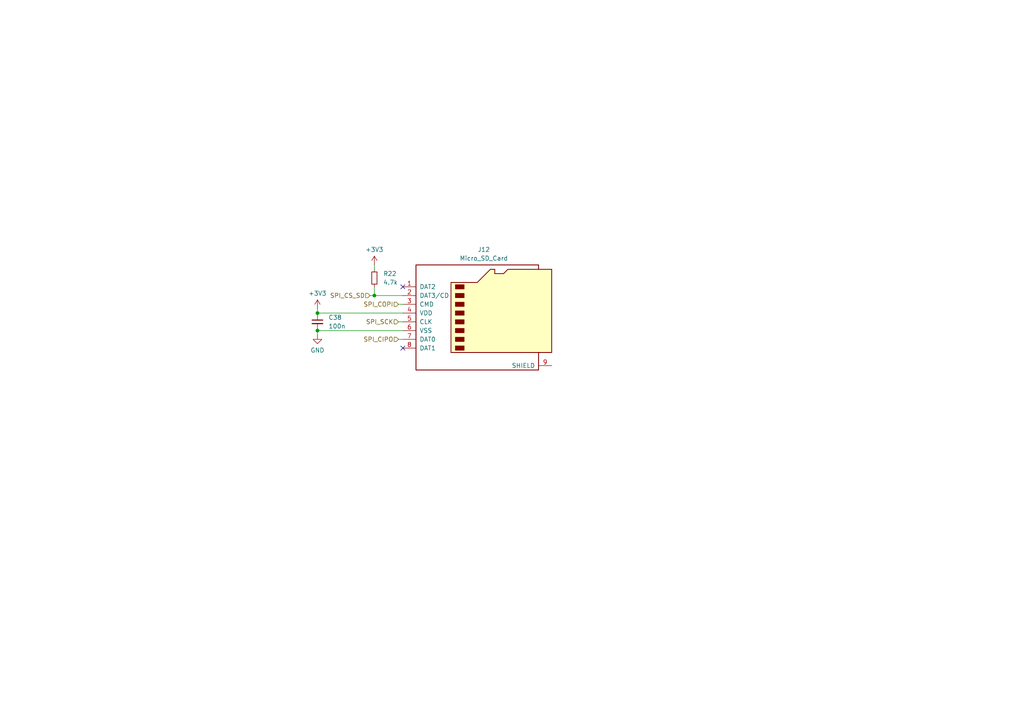
<source format=kicad_sch>
(kicad_sch (version 20230121) (generator eeschema)
  (paper "A4")
  (lib_symbols
    (symbol "Connector:Micro_SD_Card" (pin_names (offset 1.016))
      (property "Reference" "J" (at -16.51 15.24 0))
      (property "Value" "Micro_SD_Card" (at 16.51 15.24 0))
      (symbol "Micro_SD_Card_0_1"
        (rectangle (start -7.62 -9.525) (end -5.08 -10.795) (fill (type outline)))
        (rectangle (start -7.62 -6.985) (end -5.08 -8.255) (fill (type outline)))
        (rectangle (start -7.62 -4.445) (end -5.08 -5.715) (fill (type outline)))
        (rectangle (start -7.62 -1.905) (end -5.08 -3.175) (fill (type outline)))
        (rectangle (start -7.62 0.635) (end -5.08 -0.635) (fill (type outline)))
        (rectangle (start -7.62 3.175) (end -5.08 1.905) (fill (type outline)))
        (rectangle (start -7.62 5.715) (end -5.08 4.445) (fill (type outline)))
        (rectangle (start -7.62 8.255) (end -5.08 6.985) (fill (type outline)))
        (polyline (pts (xy 16.51 12.7) (xy 16.51 13.97) (xy -19.05 13.97) (xy -19.05 -16.51) (xy 16.51 -16.51) (xy 16.51 -11.43)) (stroke (width 0.254)))
        (polyline (pts (xy -8.89 -11.43) (xy -8.89 8.89) (xy -1.27 8.89) (xy 2.54 12.7) (xy 3.81 12.7) (xy 3.81 11.43) (xy 6.35 11.43) (xy 7.62 12.7) (xy 20.32 12.7) (xy 20.32 -11.43) (xy -8.89 -11.43)) (stroke (width 0.254)) (fill (type background)))
      )
      (symbol "Micro_SD_Card_1_1"
        (pin bidirectional line (at -22.86 7.62 0) (length 3.81) (name "DAT2") (number "1"))
        (pin bidirectional line (at -22.86 5.08 0) (length 3.81) (name "DAT3/CD") (number "2"))
        (pin input line (at -22.86 2.54 0) (length 3.81) (name "CMD") (number "3"))
        (pin power_in line (at -22.86 0 0) (length 3.81) (name "VDD") (number "4"))
        (pin input line (at -22.86 -2.54 0) (length 3.81) (name "CLK") (number "5"))
        (pin power_in line (at -22.86 -5.08 0) (length 3.81) (name "VSS") (number "6"))
        (pin bidirectional line (at -22.86 -7.62 0) (length 3.81) (name "DAT0") (number "7"))
        (pin bidirectional line (at -22.86 -10.16 0) (length 3.81) (name "DAT1") (number "8"))
        (pin passive line (at 20.32 -15.24 180) (length 3.81) (name "SHIELD") (number "9"))
      )
    )
    (symbol "Device:C_Small" (pin_numbers hide) (pin_names (offset 0.254) hide)
      (property "Reference" "C" (at 0.254 1.778 0))
      (property "Value" "C_Small" (at 0.254 -2.032 0))
      (symbol "C_Small_0_1"
        (polyline (pts (xy -1.524 -0.508) (xy 1.524 -0.508)) (stroke (width 0.3302)))
        (polyline (pts (xy -1.524 0.508) (xy 1.524 0.508)) (stroke (width 0.3048)))
      )
      (symbol "C_Small_1_1"
        (pin passive line (at 0 2.54 270) (length 2.032) (name "~") (number "1"))
        (pin passive line (at 0 -2.54 90) (length 2.032) (name "~") (number "2"))
      )
    )
    (symbol "Device:R_Small" (pin_numbers hide) (pin_names (offset 0.254) hide)
      (property "Reference" "R" (at 0.762 0.508 0))
      (property "Value" "R_Small" (at 0.762 -1.016 0))
      (symbol "R_Small_0_1"
        (rectangle (start -0.762 1.778) (end 0.762 -1.778) (stroke (width 0.2032)))
      )
      (symbol "R_Small_1_1"
        (pin passive line (at 0 2.54 270) (length 0.762) (name "~") (number "1"))
        (pin passive line (at 0 -2.54 90) (length 0.762) (name "~") (number "2"))
      )
    )
    (symbol "power:+3V3" (power) (pin_names (offset 0))
      (property "Value" "+3V3" (at 0 3.556 0))
      (symbol "+3V3_0_1"
        (polyline (pts (xy -0.762 1.27) (xy 0 2.54)))
        (polyline (pts (xy 0 0) (xy 0 2.54)))
        (polyline (pts (xy 0 2.54) (xy 0.762 1.27)))
      )
      (symbol "+3V3_1_1"
        (pin power_in line (at 0 0 90) (length 0) hide (name "+3V3") (number "1"))
      )
    )
    (symbol "power:GND" (power) (pin_names (offset 0))
      (property "Value" "GND" (at 0 -3.81 0))
      (symbol "GND_0_1"
        (polyline (pts (xy 0 0) (xy 0 -1.27) (xy 1.27 -1.27) (xy 0 -2.54) (xy -1.27 -1.27) (xy 0 -1.27)))
      )
      (symbol "GND_1_1"
        (pin power_in line (at 0 0 270) (length 0) hide (name "GND") (number "1"))
      )
    )
  )
  (junction (at 108.585 85.725))
  (junction (at 92.075 90.805))
  (junction (at 92.075 95.885))
  (no_connect (at 116.84 83.185))
  (no_connect (at 116.84 100.965))
  (wire (pts (xy 108.585 85.725) (xy 108.585 83.185)))
  (wire (pts (xy 92.075 95.885) (xy 92.075 97.155)))
  (wire (pts (xy 115.57 98.425) (xy 116.84 98.425)))
  (wire (pts (xy 116.84 85.725) (xy 108.585 85.725)))
  (wire (pts (xy 92.075 90.805) (xy 116.84 90.805)))
  (wire (pts (xy 115.57 88.265) (xy 116.84 88.265)))
  (wire (pts (xy 108.585 76.835) (xy 108.585 78.105)))
  (wire (pts (xy 107.315 85.725) (xy 108.585 85.725)))
  (wire (pts (xy 92.075 95.885) (xy 116.84 95.885)))
  (wire (pts (xy 92.075 89.535) (xy 92.075 90.805)))
  (wire (pts (xy 115.57 93.345) (xy 116.84 93.345)))
  (hierarchical_label "SPI_COPI" (shape input) (at 115.57 88.265 180))
  (hierarchical_label "SPI_CIPO" (shape input) (at 115.57 98.425 180))
  (hierarchical_label "SPI_CS_SD" (shape input) (at 107.315 85.725 180))
  (hierarchical_label "SPI_SCK" (shape input) (at 115.57 93.345 180))
  (symbol (lib_id "power:+3V3") (at 108.585 76.835 0) (unit 1)
    (property "Reference" "#PWR059" (effects hide))
    (property "Value" "+3V3" (at 108.585 72.39 0))
  )
  (symbol (lib_id "Device:R_Small") (at 108.585 80.645 0) (unit 1)
    (property "Reference" "R22" (at 111.125 79.375 0) (effects (justify left)))
    (property "Value" "4.7k" (at 111.125 81.915 0) (effects (justify left)))
    (property "Footprint" "Resistor_SMD:R_0603_1608Metric" (effects hide))
  )
  (symbol (lib_id "power:GND") (at 92.075 97.155 0) (unit 1)
    (property "Reference" "#PWR058" (effects hide))
    (property "Value" "GND" (at 92.075 101.6 0))
  )
  (symbol (lib_id "power:+3V3") (at 92.075 89.535 0) (unit 1)
    (property "Reference" "#PWR057" (effects hide))
    (property "Value" "+3V3" (at 92.075 85.09 0))
  )
  (symbol (lib_id "Connector:Micro_SD_Card") (at 139.7 90.805 0) (unit 1)
    (property "Reference" "J12" (at 140.335 72.39 0))
    (property "Value" "Micro_SD_Card" (at 140.335 74.93 0))
    (property "Footprint" "SD:CONN_3M_2900" (effects hide))
    (property "Datasheet" "http://katalog.we-online.de/em/datasheet/693072010801.pdf" (effects hide))
  )
  (symbol (lib_id "Device:C_Small") (at 92.075 93.345 0) (unit 1)
    (property "Reference" "C38" (at 95.25 92.0813 0) (effects (justify left)))
    (property "Value" "100n" (at 95.25 94.6213 0) (effects (justify left)))
    (property "Footprint" "Capacitor_SMD:C_0603_1608Metric" (effects hide))
  )
)
</source>
